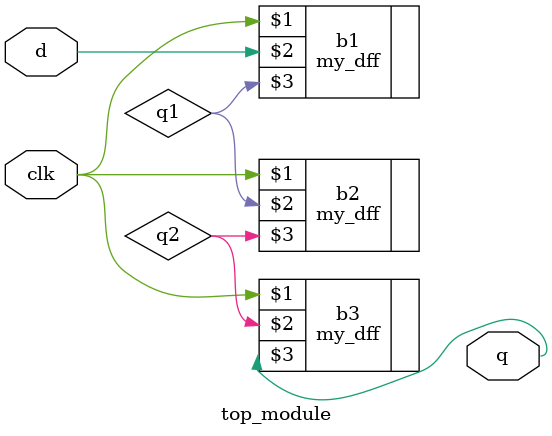
<source format=v>
module top_module ( input clk, input d, output q );
    wire q1,q2;
    my_dff b1(clk,d,q1);
    my_dff b2(clk,q1,q2);
    my_dff b3(clk,q2,q);
endmodule

</source>
